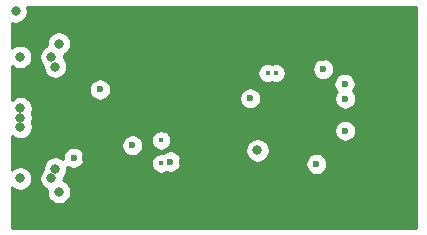
<source format=gbr>
%TF.GenerationSoftware,KiCad,Pcbnew,5.1.9-73d0e3b20d~88~ubuntu20.04.1*%
%TF.CreationDate,2021-04-10T20:27:40+02:00*%
%TF.ProjectId,calvin,63616c76-696e-42e6-9b69-6361645f7063,v1.00*%
%TF.SameCoordinates,Original*%
%TF.FileFunction,Copper,L2,Inr*%
%TF.FilePolarity,Positive*%
%FSLAX46Y46*%
G04 Gerber Fmt 4.6, Leading zero omitted, Abs format (unit mm)*
G04 Created by KiCad (PCBNEW 5.1.9-73d0e3b20d~88~ubuntu20.04.1) date 2021-04-10 20:27:40*
%MOMM*%
%LPD*%
G01*
G04 APERTURE LIST*
%TA.AperFunction,ComponentPad*%
%ADD10R,0.880000X0.880000*%
%TD*%
%TA.AperFunction,ViaPad*%
%ADD11C,0.800000*%
%TD*%
%TA.AperFunction,ViaPad*%
%ADD12C,0.600000*%
%TD*%
%TA.AperFunction,ViaPad*%
%ADD13C,0.450000*%
%TD*%
%TA.AperFunction,Conductor*%
%ADD14C,0.254000*%
%TD*%
%TA.AperFunction,Conductor*%
%ADD15C,0.100000*%
%TD*%
G04 APERTURE END LIST*
D10*
%TO.N,GND*%
%TO.C,U2*%
X156260000Y-101760000D03*
X154500000Y-98240000D03*
X155380000Y-98240000D03*
X156260000Y-98240000D03*
X156260000Y-99120000D03*
X156260000Y-100000000D03*
X154500000Y-100000000D03*
X154500000Y-101760000D03*
X155380000Y-101760000D03*
X156260000Y-100880000D03*
X152740000Y-98240000D03*
X153620000Y-101760000D03*
X152740000Y-100000000D03*
X152740000Y-100880000D03*
X152740000Y-101760000D03*
X153620000Y-98240000D03*
X152740000Y-99120000D03*
%TD*%
D11*
%TO.N,*%
X131000000Y-91000000D03*
D12*
%TO.N,+3V3*%
X158900000Y-101100000D03*
X158900000Y-98400000D03*
X158840000Y-97140000D03*
X157040000Y-95880000D03*
D11*
X134650000Y-93730000D03*
X134030000Y-94850000D03*
X134020000Y-105150000D03*
X134650000Y-106280000D03*
X131380000Y-105150000D03*
X131380000Y-94850000D03*
X151470000Y-102768600D03*
D12*
X135900000Y-103390000D03*
X156460000Y-103920000D03*
D11*
X131400000Y-100800000D03*
X131400000Y-100000000D03*
X131400000Y-99200000D03*
X134350000Y-104319994D03*
X134350000Y-95680004D03*
D12*
X138130000Y-97620000D03*
X140880000Y-102350000D03*
X150855117Y-98370010D03*
X144100000Y-103719994D03*
%TO.N,GND*%
X160640000Y-106400000D03*
X161360000Y-98100000D03*
X161360000Y-97140000D03*
X161380000Y-96170000D03*
X157040000Y-94920000D03*
X154450000Y-94920000D03*
X157270000Y-105660000D03*
D11*
X132700000Y-91850000D03*
X131350000Y-97000000D03*
X131350000Y-103000000D03*
X132700000Y-108150000D03*
X136550000Y-106280000D03*
X131380000Y-107050000D03*
X131380000Y-92950000D03*
X136550000Y-93720000D03*
D12*
X148840000Y-102770000D03*
X136860000Y-103390000D03*
X158600000Y-102790000D03*
X135910000Y-97650000D03*
X141000000Y-97630000D03*
X140100000Y-99510000D03*
X139140012Y-101540000D03*
X142710000Y-98680000D03*
X145100000Y-103730004D03*
X163550000Y-100260000D03*
X164360000Y-101040000D03*
X162330000Y-100260000D03*
X160530000Y-100200000D03*
X161360020Y-101400000D03*
D11*
X132500000Y-91000000D03*
X134000000Y-91000000D03*
X135500000Y-91000000D03*
X137000000Y-91000000D03*
X138500000Y-91000000D03*
X140000000Y-91000000D03*
X141500000Y-91000000D03*
X143000000Y-91000000D03*
X144500000Y-91000000D03*
X146000000Y-91000000D03*
X147500000Y-91000000D03*
X149000000Y-91000000D03*
X150500000Y-91000000D03*
X152000000Y-91000000D03*
X153500000Y-91000000D03*
X155000000Y-91000000D03*
X156500000Y-91000000D03*
X158000000Y-91000000D03*
X159500000Y-91000000D03*
X161000000Y-91000000D03*
X162500000Y-91000000D03*
X164000000Y-91000000D03*
X164500000Y-92000000D03*
X164500000Y-93500000D03*
X164500000Y-95000000D03*
X164500000Y-96500000D03*
X164500000Y-98000000D03*
X163500000Y-98000000D03*
X162500000Y-98000000D03*
X164000000Y-107500000D03*
X164500000Y-106500000D03*
X164500000Y-105000000D03*
X164500000Y-103500000D03*
X164500000Y-102000000D03*
X161000000Y-109000000D03*
X159500000Y-109000000D03*
X158000000Y-109000000D03*
X156500000Y-109000000D03*
X152000000Y-109000000D03*
X150500000Y-109000000D03*
X149000000Y-109000000D03*
X147500000Y-109000000D03*
X146000000Y-109000000D03*
X144500000Y-109000000D03*
X154500000Y-107000000D03*
X140000000Y-109000000D03*
X138500000Y-109000000D03*
X137000000Y-109000000D03*
X135500000Y-109000000D03*
X134000000Y-109000000D03*
X132500000Y-109000000D03*
X131000000Y-109000000D03*
X138000000Y-103500000D03*
X139000000Y-104000000D03*
X142000000Y-104500000D03*
X140500000Y-104500000D03*
X142000000Y-106000000D03*
X143000000Y-107000000D03*
X144500000Y-107500000D03*
X146000000Y-107500000D03*
X147500000Y-107500000D03*
X149000000Y-107500000D03*
X150500000Y-107500000D03*
X152000000Y-107500000D03*
X156000000Y-106000000D03*
X158000000Y-107500000D03*
X159500000Y-107500000D03*
X161000000Y-107500000D03*
X162000000Y-106000000D03*
X162000000Y-104500000D03*
X162000000Y-103000000D03*
X162500000Y-101500000D03*
X160500000Y-95000000D03*
X159500000Y-95000000D03*
X158000000Y-95000000D03*
X153500000Y-95000000D03*
X152000000Y-95000000D03*
X150500000Y-96000000D03*
X149000000Y-97000000D03*
X147500000Y-97000000D03*
X146000000Y-97000000D03*
X144500000Y-97000000D03*
X143000000Y-97000000D03*
X141500000Y-96000000D03*
X140000000Y-96000000D03*
X138500000Y-96000000D03*
X137000000Y-96500000D03*
X156500000Y-107500000D03*
X162500000Y-107500000D03*
X150500000Y-93500000D03*
X147500000Y-93500000D03*
X144500000Y-93500000D03*
X141500000Y-93500000D03*
X138500000Y-93500000D03*
X153500000Y-93500000D03*
X156500000Y-93500000D03*
X159500000Y-93500000D03*
X162500000Y-93500000D03*
X140000000Y-106500000D03*
D13*
%TO.N,dbg_reset*%
X143319996Y-103880000D03*
X152320000Y-96220000D03*
X153000008Y-96220000D03*
X143319998Y-101930000D03*
%TD*%
D14*
%TO.N,GND*%
X164873000Y-109340000D02*
X130660000Y-109340000D01*
X130660000Y-105893711D01*
X130720226Y-105953937D01*
X130889744Y-106067205D01*
X131078102Y-106145226D01*
X131278061Y-106185000D01*
X131481939Y-106185000D01*
X131681898Y-106145226D01*
X131870256Y-106067205D01*
X132039774Y-105953937D01*
X132183937Y-105809774D01*
X132297205Y-105640256D01*
X132375226Y-105451898D01*
X132415000Y-105251939D01*
X132415000Y-105048061D01*
X132985000Y-105048061D01*
X132985000Y-105251939D01*
X133024774Y-105451898D01*
X133102795Y-105640256D01*
X133216063Y-105809774D01*
X133360226Y-105953937D01*
X133529744Y-106067205D01*
X133628882Y-106108270D01*
X133615000Y-106178061D01*
X133615000Y-106381939D01*
X133654774Y-106581898D01*
X133732795Y-106770256D01*
X133846063Y-106939774D01*
X133990226Y-107083937D01*
X134159744Y-107197205D01*
X134348102Y-107275226D01*
X134548061Y-107315000D01*
X134751939Y-107315000D01*
X134951898Y-107275226D01*
X135140256Y-107197205D01*
X135309774Y-107083937D01*
X135453937Y-106939774D01*
X135567205Y-106770256D01*
X135645226Y-106581898D01*
X135685000Y-106381939D01*
X135685000Y-106178061D01*
X135645226Y-105978102D01*
X135567205Y-105789744D01*
X135453937Y-105620226D01*
X135309774Y-105476063D01*
X135140256Y-105362795D01*
X135041118Y-105321730D01*
X135055000Y-105251939D01*
X135055000Y-105078705D01*
X135153937Y-104979768D01*
X135267205Y-104810250D01*
X135345226Y-104621892D01*
X135385000Y-104421933D01*
X135385000Y-104218055D01*
X135374069Y-104163099D01*
X135457111Y-104218586D01*
X135627271Y-104289068D01*
X135807911Y-104325000D01*
X135992089Y-104325000D01*
X136172729Y-104289068D01*
X136342889Y-104218586D01*
X136496028Y-104116262D01*
X136626262Y-103986028D01*
X136728586Y-103832889D01*
X136744156Y-103795297D01*
X142459996Y-103795297D01*
X142459996Y-103964703D01*
X142493045Y-104130853D01*
X142557874Y-104287363D01*
X142651991Y-104428218D01*
X142771778Y-104548005D01*
X142912633Y-104642122D01*
X143069143Y-104706951D01*
X143235293Y-104740000D01*
X143404699Y-104740000D01*
X143570849Y-104706951D01*
X143727359Y-104642122D01*
X143786898Y-104602339D01*
X143827271Y-104619062D01*
X144007911Y-104654994D01*
X144192089Y-104654994D01*
X144372729Y-104619062D01*
X144542889Y-104548580D01*
X144696028Y-104446256D01*
X144826262Y-104316022D01*
X144928586Y-104162883D01*
X144999068Y-103992723D01*
X145031851Y-103827911D01*
X155525000Y-103827911D01*
X155525000Y-104012089D01*
X155560932Y-104192729D01*
X155631414Y-104362889D01*
X155733738Y-104516028D01*
X155863972Y-104646262D01*
X156017111Y-104748586D01*
X156187271Y-104819068D01*
X156367911Y-104855000D01*
X156552089Y-104855000D01*
X156732729Y-104819068D01*
X156902889Y-104748586D01*
X157056028Y-104646262D01*
X157186262Y-104516028D01*
X157288586Y-104362889D01*
X157359068Y-104192729D01*
X157395000Y-104012089D01*
X157395000Y-103827911D01*
X157359068Y-103647271D01*
X157288586Y-103477111D01*
X157186262Y-103323972D01*
X157056028Y-103193738D01*
X156902889Y-103091414D01*
X156732729Y-103020932D01*
X156552089Y-102985000D01*
X156367911Y-102985000D01*
X156187271Y-103020932D01*
X156017111Y-103091414D01*
X155863972Y-103193738D01*
X155733738Y-103323972D01*
X155631414Y-103477111D01*
X155560932Y-103647271D01*
X155525000Y-103827911D01*
X145031851Y-103827911D01*
X145035000Y-103812083D01*
X145035000Y-103627905D01*
X144999068Y-103447265D01*
X144928586Y-103277105D01*
X144826262Y-103123966D01*
X144696028Y-102993732D01*
X144542889Y-102891408D01*
X144372729Y-102820926D01*
X144192089Y-102784994D01*
X144007911Y-102784994D01*
X143827271Y-102820926D01*
X143657111Y-102891408D01*
X143503972Y-102993732D01*
X143465592Y-103032112D01*
X143404699Y-103020000D01*
X143235293Y-103020000D01*
X143069143Y-103053049D01*
X142912633Y-103117878D01*
X142771778Y-103211995D01*
X142651991Y-103331782D01*
X142557874Y-103472637D01*
X142493045Y-103629147D01*
X142459996Y-103795297D01*
X136744156Y-103795297D01*
X136799068Y-103662729D01*
X136835000Y-103482089D01*
X136835000Y-103297911D01*
X136799068Y-103117271D01*
X136728586Y-102947111D01*
X136626262Y-102793972D01*
X136496028Y-102663738D01*
X136342889Y-102561414D01*
X136172729Y-102490932D01*
X135992089Y-102455000D01*
X135807911Y-102455000D01*
X135627271Y-102490932D01*
X135457111Y-102561414D01*
X135303972Y-102663738D01*
X135173738Y-102793972D01*
X135071414Y-102947111D01*
X135000932Y-103117271D01*
X134965000Y-103297911D01*
X134965000Y-103482089D01*
X134965929Y-103486761D01*
X134840256Y-103402789D01*
X134651898Y-103324768D01*
X134451939Y-103284994D01*
X134248061Y-103284994D01*
X134048102Y-103324768D01*
X133859744Y-103402789D01*
X133690226Y-103516057D01*
X133546063Y-103660220D01*
X133432795Y-103829738D01*
X133354774Y-104018096D01*
X133315000Y-104218055D01*
X133315000Y-104391289D01*
X133216063Y-104490226D01*
X133102795Y-104659744D01*
X133024774Y-104848102D01*
X132985000Y-105048061D01*
X132415000Y-105048061D01*
X132375226Y-104848102D01*
X132297205Y-104659744D01*
X132183937Y-104490226D01*
X132039774Y-104346063D01*
X131870256Y-104232795D01*
X131681898Y-104154774D01*
X131481939Y-104115000D01*
X131278061Y-104115000D01*
X131078102Y-104154774D01*
X130889744Y-104232795D01*
X130720226Y-104346063D01*
X130660000Y-104406289D01*
X130660000Y-102257911D01*
X139945000Y-102257911D01*
X139945000Y-102442089D01*
X139980932Y-102622729D01*
X140051414Y-102792889D01*
X140153738Y-102946028D01*
X140283972Y-103076262D01*
X140437111Y-103178586D01*
X140607271Y-103249068D01*
X140787911Y-103285000D01*
X140972089Y-103285000D01*
X141152729Y-103249068D01*
X141322889Y-103178586D01*
X141476028Y-103076262D01*
X141606262Y-102946028D01*
X141708586Y-102792889D01*
X141779068Y-102622729D01*
X141815000Y-102442089D01*
X141815000Y-102257911D01*
X141779068Y-102077271D01*
X141708586Y-101907111D01*
X141667284Y-101845297D01*
X142459998Y-101845297D01*
X142459998Y-102014703D01*
X142493047Y-102180853D01*
X142557876Y-102337363D01*
X142651993Y-102478218D01*
X142771780Y-102598005D01*
X142912635Y-102692122D01*
X143069145Y-102756951D01*
X143235295Y-102790000D01*
X143404701Y-102790000D01*
X143570851Y-102756951D01*
X143727361Y-102692122D01*
X143765465Y-102666661D01*
X150435000Y-102666661D01*
X150435000Y-102870539D01*
X150474774Y-103070498D01*
X150552795Y-103258856D01*
X150666063Y-103428374D01*
X150810226Y-103572537D01*
X150979744Y-103685805D01*
X151168102Y-103763826D01*
X151368061Y-103803600D01*
X151571939Y-103803600D01*
X151771898Y-103763826D01*
X151960256Y-103685805D01*
X152129774Y-103572537D01*
X152273937Y-103428374D01*
X152387205Y-103258856D01*
X152465226Y-103070498D01*
X152505000Y-102870539D01*
X152505000Y-102666661D01*
X152465226Y-102466702D01*
X152387205Y-102278344D01*
X152273937Y-102108826D01*
X152129774Y-101964663D01*
X151960256Y-101851395D01*
X151771898Y-101773374D01*
X151571939Y-101733600D01*
X151368061Y-101733600D01*
X151168102Y-101773374D01*
X150979744Y-101851395D01*
X150810226Y-101964663D01*
X150666063Y-102108826D01*
X150552795Y-102278344D01*
X150474774Y-102466702D01*
X150435000Y-102666661D01*
X143765465Y-102666661D01*
X143868216Y-102598005D01*
X143988003Y-102478218D01*
X144082120Y-102337363D01*
X144146949Y-102180853D01*
X144179998Y-102014703D01*
X144179998Y-101845297D01*
X144146949Y-101679147D01*
X144082120Y-101522637D01*
X143988003Y-101381782D01*
X143868216Y-101261995D01*
X143727361Y-101167878D01*
X143570851Y-101103049D01*
X143404701Y-101070000D01*
X143235295Y-101070000D01*
X143069145Y-101103049D01*
X142912635Y-101167878D01*
X142771780Y-101261995D01*
X142651993Y-101381782D01*
X142557876Y-101522637D01*
X142493047Y-101679147D01*
X142459998Y-101845297D01*
X141667284Y-101845297D01*
X141606262Y-101753972D01*
X141476028Y-101623738D01*
X141322889Y-101521414D01*
X141152729Y-101450932D01*
X140972089Y-101415000D01*
X140787911Y-101415000D01*
X140607271Y-101450932D01*
X140437111Y-101521414D01*
X140283972Y-101623738D01*
X140153738Y-101753972D01*
X140051414Y-101907111D01*
X139980932Y-102077271D01*
X139945000Y-102257911D01*
X130660000Y-102257911D01*
X130660000Y-101523711D01*
X130740226Y-101603937D01*
X130909744Y-101717205D01*
X131098102Y-101795226D01*
X131298061Y-101835000D01*
X131501939Y-101835000D01*
X131701898Y-101795226D01*
X131890256Y-101717205D01*
X132059774Y-101603937D01*
X132203937Y-101459774D01*
X132317205Y-101290256D01*
X132395226Y-101101898D01*
X132413921Y-101007911D01*
X157965000Y-101007911D01*
X157965000Y-101192089D01*
X158000932Y-101372729D01*
X158071414Y-101542889D01*
X158173738Y-101696028D01*
X158303972Y-101826262D01*
X158457111Y-101928586D01*
X158627271Y-101999068D01*
X158807911Y-102035000D01*
X158992089Y-102035000D01*
X159172729Y-101999068D01*
X159342889Y-101928586D01*
X159496028Y-101826262D01*
X159626262Y-101696028D01*
X159728586Y-101542889D01*
X159799068Y-101372729D01*
X159835000Y-101192089D01*
X159835000Y-101007911D01*
X159799068Y-100827271D01*
X159728586Y-100657111D01*
X159626262Y-100503972D01*
X159496028Y-100373738D01*
X159342889Y-100271414D01*
X159172729Y-100200932D01*
X158992089Y-100165000D01*
X158807911Y-100165000D01*
X158627271Y-100200932D01*
X158457111Y-100271414D01*
X158303972Y-100373738D01*
X158173738Y-100503972D01*
X158071414Y-100657111D01*
X158000932Y-100827271D01*
X157965000Y-101007911D01*
X132413921Y-101007911D01*
X132435000Y-100901939D01*
X132435000Y-100698061D01*
X132395226Y-100498102D01*
X132354591Y-100400000D01*
X132395226Y-100301898D01*
X132435000Y-100101939D01*
X132435000Y-99898061D01*
X132395226Y-99698102D01*
X132354591Y-99600000D01*
X132395226Y-99501898D01*
X132435000Y-99301939D01*
X132435000Y-99098061D01*
X132395226Y-98898102D01*
X132317205Y-98709744D01*
X132203937Y-98540226D01*
X132059774Y-98396063D01*
X131890256Y-98282795D01*
X131701898Y-98204774D01*
X131501939Y-98165000D01*
X131298061Y-98165000D01*
X131098102Y-98204774D01*
X130909744Y-98282795D01*
X130740226Y-98396063D01*
X130660000Y-98476289D01*
X130660000Y-97527911D01*
X137195000Y-97527911D01*
X137195000Y-97712089D01*
X137230932Y-97892729D01*
X137301414Y-98062889D01*
X137403738Y-98216028D01*
X137533972Y-98346262D01*
X137687111Y-98448586D01*
X137857271Y-98519068D01*
X138037911Y-98555000D01*
X138222089Y-98555000D01*
X138402729Y-98519068D01*
X138572889Y-98448586D01*
X138726028Y-98346262D01*
X138794369Y-98277921D01*
X149920117Y-98277921D01*
X149920117Y-98462099D01*
X149956049Y-98642739D01*
X150026531Y-98812899D01*
X150128855Y-98966038D01*
X150259089Y-99096272D01*
X150412228Y-99198596D01*
X150582388Y-99269078D01*
X150763028Y-99305010D01*
X150947206Y-99305010D01*
X151127846Y-99269078D01*
X151298006Y-99198596D01*
X151451145Y-99096272D01*
X151581379Y-98966038D01*
X151683703Y-98812899D01*
X151754185Y-98642739D01*
X151790117Y-98462099D01*
X151790117Y-98277921D01*
X151754185Y-98097281D01*
X151683703Y-97927121D01*
X151581379Y-97773982D01*
X151451145Y-97643748D01*
X151298006Y-97541424D01*
X151127846Y-97470942D01*
X150947206Y-97435010D01*
X150763028Y-97435010D01*
X150582388Y-97470942D01*
X150412228Y-97541424D01*
X150259089Y-97643748D01*
X150128855Y-97773982D01*
X150026531Y-97927121D01*
X149956049Y-98097281D01*
X149920117Y-98277921D01*
X138794369Y-98277921D01*
X138856262Y-98216028D01*
X138958586Y-98062889D01*
X139029068Y-97892729D01*
X139065000Y-97712089D01*
X139065000Y-97527911D01*
X139029068Y-97347271D01*
X138958586Y-97177111D01*
X138856262Y-97023972D01*
X138726028Y-96893738D01*
X138572889Y-96791414D01*
X138402729Y-96720932D01*
X138222089Y-96685000D01*
X138037911Y-96685000D01*
X137857271Y-96720932D01*
X137687111Y-96791414D01*
X137533972Y-96893738D01*
X137403738Y-97023972D01*
X137301414Y-97177111D01*
X137230932Y-97347271D01*
X137195000Y-97527911D01*
X130660000Y-97527911D01*
X130660000Y-95593711D01*
X130720226Y-95653937D01*
X130889744Y-95767205D01*
X131078102Y-95845226D01*
X131278061Y-95885000D01*
X131481939Y-95885000D01*
X131681898Y-95845226D01*
X131870256Y-95767205D01*
X132039774Y-95653937D01*
X132183937Y-95509774D01*
X132297205Y-95340256D01*
X132375226Y-95151898D01*
X132415000Y-94951939D01*
X132415000Y-94748061D01*
X132995000Y-94748061D01*
X132995000Y-94951939D01*
X133034774Y-95151898D01*
X133112795Y-95340256D01*
X133226063Y-95509774D01*
X133315000Y-95598711D01*
X133315000Y-95781943D01*
X133354774Y-95981902D01*
X133432795Y-96170260D01*
X133546063Y-96339778D01*
X133690226Y-96483941D01*
X133859744Y-96597209D01*
X134048102Y-96675230D01*
X134248061Y-96715004D01*
X134451939Y-96715004D01*
X134651898Y-96675230D01*
X134840256Y-96597209D01*
X135009774Y-96483941D01*
X135153937Y-96339778D01*
X135267205Y-96170260D01*
X135281687Y-96135297D01*
X151460000Y-96135297D01*
X151460000Y-96304703D01*
X151493049Y-96470853D01*
X151557878Y-96627363D01*
X151651995Y-96768218D01*
X151771782Y-96888005D01*
X151912637Y-96982122D01*
X152069147Y-97046951D01*
X152235297Y-97080000D01*
X152404703Y-97080000D01*
X152570853Y-97046951D01*
X152660004Y-97010023D01*
X152749155Y-97046951D01*
X152915305Y-97080000D01*
X153084711Y-97080000D01*
X153246034Y-97047911D01*
X157905000Y-97047911D01*
X157905000Y-97232089D01*
X157940932Y-97412729D01*
X158011414Y-97582889D01*
X158113738Y-97736028D01*
X158177710Y-97800000D01*
X158173738Y-97803972D01*
X158071414Y-97957111D01*
X158000932Y-98127271D01*
X157965000Y-98307911D01*
X157965000Y-98492089D01*
X158000932Y-98672729D01*
X158071414Y-98842889D01*
X158173738Y-98996028D01*
X158303972Y-99126262D01*
X158457111Y-99228586D01*
X158627271Y-99299068D01*
X158807911Y-99335000D01*
X158992089Y-99335000D01*
X159172729Y-99299068D01*
X159342889Y-99228586D01*
X159496028Y-99126262D01*
X159626262Y-98996028D01*
X159728586Y-98842889D01*
X159799068Y-98672729D01*
X159835000Y-98492089D01*
X159835000Y-98307911D01*
X159799068Y-98127271D01*
X159728586Y-97957111D01*
X159626262Y-97803972D01*
X159562290Y-97740000D01*
X159566262Y-97736028D01*
X159668586Y-97582889D01*
X159739068Y-97412729D01*
X159775000Y-97232089D01*
X159775000Y-97047911D01*
X159739068Y-96867271D01*
X159668586Y-96697111D01*
X159566262Y-96543972D01*
X159436028Y-96413738D01*
X159282889Y-96311414D01*
X159112729Y-96240932D01*
X158932089Y-96205000D01*
X158747911Y-96205000D01*
X158567271Y-96240932D01*
X158397111Y-96311414D01*
X158243972Y-96413738D01*
X158113738Y-96543972D01*
X158011414Y-96697111D01*
X157940932Y-96867271D01*
X157905000Y-97047911D01*
X153246034Y-97047911D01*
X153250861Y-97046951D01*
X153407371Y-96982122D01*
X153548226Y-96888005D01*
X153668013Y-96768218D01*
X153762130Y-96627363D01*
X153826959Y-96470853D01*
X153860008Y-96304703D01*
X153860008Y-96135297D01*
X153826959Y-95969147D01*
X153762130Y-95812637D01*
X153745609Y-95787911D01*
X156105000Y-95787911D01*
X156105000Y-95972089D01*
X156140932Y-96152729D01*
X156211414Y-96322889D01*
X156313738Y-96476028D01*
X156443972Y-96606262D01*
X156597111Y-96708586D01*
X156767271Y-96779068D01*
X156947911Y-96815000D01*
X157132089Y-96815000D01*
X157312729Y-96779068D01*
X157482889Y-96708586D01*
X157636028Y-96606262D01*
X157766262Y-96476028D01*
X157868586Y-96322889D01*
X157939068Y-96152729D01*
X157975000Y-95972089D01*
X157975000Y-95787911D01*
X157939068Y-95607271D01*
X157868586Y-95437111D01*
X157766262Y-95283972D01*
X157636028Y-95153738D01*
X157482889Y-95051414D01*
X157312729Y-94980932D01*
X157132089Y-94945000D01*
X156947911Y-94945000D01*
X156767271Y-94980932D01*
X156597111Y-95051414D01*
X156443972Y-95153738D01*
X156313738Y-95283972D01*
X156211414Y-95437111D01*
X156140932Y-95607271D01*
X156105000Y-95787911D01*
X153745609Y-95787911D01*
X153668013Y-95671782D01*
X153548226Y-95551995D01*
X153407371Y-95457878D01*
X153250861Y-95393049D01*
X153084711Y-95360000D01*
X152915305Y-95360000D01*
X152749155Y-95393049D01*
X152660004Y-95429977D01*
X152570853Y-95393049D01*
X152404703Y-95360000D01*
X152235297Y-95360000D01*
X152069147Y-95393049D01*
X151912637Y-95457878D01*
X151771782Y-95551995D01*
X151651995Y-95671782D01*
X151557878Y-95812637D01*
X151493049Y-95969147D01*
X151460000Y-96135297D01*
X135281687Y-96135297D01*
X135345226Y-95981902D01*
X135385000Y-95781943D01*
X135385000Y-95578065D01*
X135345226Y-95378106D01*
X135267205Y-95189748D01*
X135153937Y-95020230D01*
X135065000Y-94931293D01*
X135065000Y-94748061D01*
X135052194Y-94683682D01*
X135140256Y-94647205D01*
X135309774Y-94533937D01*
X135453937Y-94389774D01*
X135567205Y-94220256D01*
X135645226Y-94031898D01*
X135685000Y-93831939D01*
X135685000Y-93628061D01*
X135645226Y-93428102D01*
X135567205Y-93239744D01*
X135453937Y-93070226D01*
X135309774Y-92926063D01*
X135140256Y-92812795D01*
X134951898Y-92734774D01*
X134751939Y-92695000D01*
X134548061Y-92695000D01*
X134348102Y-92734774D01*
X134159744Y-92812795D01*
X133990226Y-92926063D01*
X133846063Y-93070226D01*
X133732795Y-93239744D01*
X133654774Y-93428102D01*
X133615000Y-93628061D01*
X133615000Y-93831939D01*
X133627806Y-93896318D01*
X133539744Y-93932795D01*
X133370226Y-94046063D01*
X133226063Y-94190226D01*
X133112795Y-94359744D01*
X133034774Y-94548102D01*
X132995000Y-94748061D01*
X132415000Y-94748061D01*
X132375226Y-94548102D01*
X132297205Y-94359744D01*
X132183937Y-94190226D01*
X132039774Y-94046063D01*
X131870256Y-93932795D01*
X131681898Y-93854774D01*
X131481939Y-93815000D01*
X131278061Y-93815000D01*
X131078102Y-93854774D01*
X130889744Y-93932795D01*
X130720226Y-94046063D01*
X130660000Y-94106289D01*
X130660000Y-91979444D01*
X130698102Y-91995226D01*
X130898061Y-92035000D01*
X131101939Y-92035000D01*
X131301898Y-91995226D01*
X131490256Y-91917205D01*
X131659774Y-91803937D01*
X131803937Y-91659774D01*
X131917205Y-91490256D01*
X131995226Y-91301898D01*
X132035000Y-91101939D01*
X132035000Y-90898061D01*
X131995226Y-90698102D01*
X131979444Y-90660000D01*
X164873000Y-90660000D01*
X164873000Y-109340000D01*
%TA.AperFunction,Conductor*%
D15*
G36*
X164873000Y-109340000D02*
G01*
X130660000Y-109340000D01*
X130660000Y-105893711D01*
X130720226Y-105953937D01*
X130889744Y-106067205D01*
X131078102Y-106145226D01*
X131278061Y-106185000D01*
X131481939Y-106185000D01*
X131681898Y-106145226D01*
X131870256Y-106067205D01*
X132039774Y-105953937D01*
X132183937Y-105809774D01*
X132297205Y-105640256D01*
X132375226Y-105451898D01*
X132415000Y-105251939D01*
X132415000Y-105048061D01*
X132985000Y-105048061D01*
X132985000Y-105251939D01*
X133024774Y-105451898D01*
X133102795Y-105640256D01*
X133216063Y-105809774D01*
X133360226Y-105953937D01*
X133529744Y-106067205D01*
X133628882Y-106108270D01*
X133615000Y-106178061D01*
X133615000Y-106381939D01*
X133654774Y-106581898D01*
X133732795Y-106770256D01*
X133846063Y-106939774D01*
X133990226Y-107083937D01*
X134159744Y-107197205D01*
X134348102Y-107275226D01*
X134548061Y-107315000D01*
X134751939Y-107315000D01*
X134951898Y-107275226D01*
X135140256Y-107197205D01*
X135309774Y-107083937D01*
X135453937Y-106939774D01*
X135567205Y-106770256D01*
X135645226Y-106581898D01*
X135685000Y-106381939D01*
X135685000Y-106178061D01*
X135645226Y-105978102D01*
X135567205Y-105789744D01*
X135453937Y-105620226D01*
X135309774Y-105476063D01*
X135140256Y-105362795D01*
X135041118Y-105321730D01*
X135055000Y-105251939D01*
X135055000Y-105078705D01*
X135153937Y-104979768D01*
X135267205Y-104810250D01*
X135345226Y-104621892D01*
X135385000Y-104421933D01*
X135385000Y-104218055D01*
X135374069Y-104163099D01*
X135457111Y-104218586D01*
X135627271Y-104289068D01*
X135807911Y-104325000D01*
X135992089Y-104325000D01*
X136172729Y-104289068D01*
X136342889Y-104218586D01*
X136496028Y-104116262D01*
X136626262Y-103986028D01*
X136728586Y-103832889D01*
X136744156Y-103795297D01*
X142459996Y-103795297D01*
X142459996Y-103964703D01*
X142493045Y-104130853D01*
X142557874Y-104287363D01*
X142651991Y-104428218D01*
X142771778Y-104548005D01*
X142912633Y-104642122D01*
X143069143Y-104706951D01*
X143235293Y-104740000D01*
X143404699Y-104740000D01*
X143570849Y-104706951D01*
X143727359Y-104642122D01*
X143786898Y-104602339D01*
X143827271Y-104619062D01*
X144007911Y-104654994D01*
X144192089Y-104654994D01*
X144372729Y-104619062D01*
X144542889Y-104548580D01*
X144696028Y-104446256D01*
X144826262Y-104316022D01*
X144928586Y-104162883D01*
X144999068Y-103992723D01*
X145031851Y-103827911D01*
X155525000Y-103827911D01*
X155525000Y-104012089D01*
X155560932Y-104192729D01*
X155631414Y-104362889D01*
X155733738Y-104516028D01*
X155863972Y-104646262D01*
X156017111Y-104748586D01*
X156187271Y-104819068D01*
X156367911Y-104855000D01*
X156552089Y-104855000D01*
X156732729Y-104819068D01*
X156902889Y-104748586D01*
X157056028Y-104646262D01*
X157186262Y-104516028D01*
X157288586Y-104362889D01*
X157359068Y-104192729D01*
X157395000Y-104012089D01*
X157395000Y-103827911D01*
X157359068Y-103647271D01*
X157288586Y-103477111D01*
X157186262Y-103323972D01*
X157056028Y-103193738D01*
X156902889Y-103091414D01*
X156732729Y-103020932D01*
X156552089Y-102985000D01*
X156367911Y-102985000D01*
X156187271Y-103020932D01*
X156017111Y-103091414D01*
X155863972Y-103193738D01*
X155733738Y-103323972D01*
X155631414Y-103477111D01*
X155560932Y-103647271D01*
X155525000Y-103827911D01*
X145031851Y-103827911D01*
X145035000Y-103812083D01*
X145035000Y-103627905D01*
X144999068Y-103447265D01*
X144928586Y-103277105D01*
X144826262Y-103123966D01*
X144696028Y-102993732D01*
X144542889Y-102891408D01*
X144372729Y-102820926D01*
X144192089Y-102784994D01*
X144007911Y-102784994D01*
X143827271Y-102820926D01*
X143657111Y-102891408D01*
X143503972Y-102993732D01*
X143465592Y-103032112D01*
X143404699Y-103020000D01*
X143235293Y-103020000D01*
X143069143Y-103053049D01*
X142912633Y-103117878D01*
X142771778Y-103211995D01*
X142651991Y-103331782D01*
X142557874Y-103472637D01*
X142493045Y-103629147D01*
X142459996Y-103795297D01*
X136744156Y-103795297D01*
X136799068Y-103662729D01*
X136835000Y-103482089D01*
X136835000Y-103297911D01*
X136799068Y-103117271D01*
X136728586Y-102947111D01*
X136626262Y-102793972D01*
X136496028Y-102663738D01*
X136342889Y-102561414D01*
X136172729Y-102490932D01*
X135992089Y-102455000D01*
X135807911Y-102455000D01*
X135627271Y-102490932D01*
X135457111Y-102561414D01*
X135303972Y-102663738D01*
X135173738Y-102793972D01*
X135071414Y-102947111D01*
X135000932Y-103117271D01*
X134965000Y-103297911D01*
X134965000Y-103482089D01*
X134965929Y-103486761D01*
X134840256Y-103402789D01*
X134651898Y-103324768D01*
X134451939Y-103284994D01*
X134248061Y-103284994D01*
X134048102Y-103324768D01*
X133859744Y-103402789D01*
X133690226Y-103516057D01*
X133546063Y-103660220D01*
X133432795Y-103829738D01*
X133354774Y-104018096D01*
X133315000Y-104218055D01*
X133315000Y-104391289D01*
X133216063Y-104490226D01*
X133102795Y-104659744D01*
X133024774Y-104848102D01*
X132985000Y-105048061D01*
X132415000Y-105048061D01*
X132375226Y-104848102D01*
X132297205Y-104659744D01*
X132183937Y-104490226D01*
X132039774Y-104346063D01*
X131870256Y-104232795D01*
X131681898Y-104154774D01*
X131481939Y-104115000D01*
X131278061Y-104115000D01*
X131078102Y-104154774D01*
X130889744Y-104232795D01*
X130720226Y-104346063D01*
X130660000Y-104406289D01*
X130660000Y-102257911D01*
X139945000Y-102257911D01*
X139945000Y-102442089D01*
X139980932Y-102622729D01*
X140051414Y-102792889D01*
X140153738Y-102946028D01*
X140283972Y-103076262D01*
X140437111Y-103178586D01*
X140607271Y-103249068D01*
X140787911Y-103285000D01*
X140972089Y-103285000D01*
X141152729Y-103249068D01*
X141322889Y-103178586D01*
X141476028Y-103076262D01*
X141606262Y-102946028D01*
X141708586Y-102792889D01*
X141779068Y-102622729D01*
X141815000Y-102442089D01*
X141815000Y-102257911D01*
X141779068Y-102077271D01*
X141708586Y-101907111D01*
X141667284Y-101845297D01*
X142459998Y-101845297D01*
X142459998Y-102014703D01*
X142493047Y-102180853D01*
X142557876Y-102337363D01*
X142651993Y-102478218D01*
X142771780Y-102598005D01*
X142912635Y-102692122D01*
X143069145Y-102756951D01*
X143235295Y-102790000D01*
X143404701Y-102790000D01*
X143570851Y-102756951D01*
X143727361Y-102692122D01*
X143765465Y-102666661D01*
X150435000Y-102666661D01*
X150435000Y-102870539D01*
X150474774Y-103070498D01*
X150552795Y-103258856D01*
X150666063Y-103428374D01*
X150810226Y-103572537D01*
X150979744Y-103685805D01*
X151168102Y-103763826D01*
X151368061Y-103803600D01*
X151571939Y-103803600D01*
X151771898Y-103763826D01*
X151960256Y-103685805D01*
X152129774Y-103572537D01*
X152273937Y-103428374D01*
X152387205Y-103258856D01*
X152465226Y-103070498D01*
X152505000Y-102870539D01*
X152505000Y-102666661D01*
X152465226Y-102466702D01*
X152387205Y-102278344D01*
X152273937Y-102108826D01*
X152129774Y-101964663D01*
X151960256Y-101851395D01*
X151771898Y-101773374D01*
X151571939Y-101733600D01*
X151368061Y-101733600D01*
X151168102Y-101773374D01*
X150979744Y-101851395D01*
X150810226Y-101964663D01*
X150666063Y-102108826D01*
X150552795Y-102278344D01*
X150474774Y-102466702D01*
X150435000Y-102666661D01*
X143765465Y-102666661D01*
X143868216Y-102598005D01*
X143988003Y-102478218D01*
X144082120Y-102337363D01*
X144146949Y-102180853D01*
X144179998Y-102014703D01*
X144179998Y-101845297D01*
X144146949Y-101679147D01*
X144082120Y-101522637D01*
X143988003Y-101381782D01*
X143868216Y-101261995D01*
X143727361Y-101167878D01*
X143570851Y-101103049D01*
X143404701Y-101070000D01*
X143235295Y-101070000D01*
X143069145Y-101103049D01*
X142912635Y-101167878D01*
X142771780Y-101261995D01*
X142651993Y-101381782D01*
X142557876Y-101522637D01*
X142493047Y-101679147D01*
X142459998Y-101845297D01*
X141667284Y-101845297D01*
X141606262Y-101753972D01*
X141476028Y-101623738D01*
X141322889Y-101521414D01*
X141152729Y-101450932D01*
X140972089Y-101415000D01*
X140787911Y-101415000D01*
X140607271Y-101450932D01*
X140437111Y-101521414D01*
X140283972Y-101623738D01*
X140153738Y-101753972D01*
X140051414Y-101907111D01*
X139980932Y-102077271D01*
X139945000Y-102257911D01*
X130660000Y-102257911D01*
X130660000Y-101523711D01*
X130740226Y-101603937D01*
X130909744Y-101717205D01*
X131098102Y-101795226D01*
X131298061Y-101835000D01*
X131501939Y-101835000D01*
X131701898Y-101795226D01*
X131890256Y-101717205D01*
X132059774Y-101603937D01*
X132203937Y-101459774D01*
X132317205Y-101290256D01*
X132395226Y-101101898D01*
X132413921Y-101007911D01*
X157965000Y-101007911D01*
X157965000Y-101192089D01*
X158000932Y-101372729D01*
X158071414Y-101542889D01*
X158173738Y-101696028D01*
X158303972Y-101826262D01*
X158457111Y-101928586D01*
X158627271Y-101999068D01*
X158807911Y-102035000D01*
X158992089Y-102035000D01*
X159172729Y-101999068D01*
X159342889Y-101928586D01*
X159496028Y-101826262D01*
X159626262Y-101696028D01*
X159728586Y-101542889D01*
X159799068Y-101372729D01*
X159835000Y-101192089D01*
X159835000Y-101007911D01*
X159799068Y-100827271D01*
X159728586Y-100657111D01*
X159626262Y-100503972D01*
X159496028Y-100373738D01*
X159342889Y-100271414D01*
X159172729Y-100200932D01*
X158992089Y-100165000D01*
X158807911Y-100165000D01*
X158627271Y-100200932D01*
X158457111Y-100271414D01*
X158303972Y-100373738D01*
X158173738Y-100503972D01*
X158071414Y-100657111D01*
X158000932Y-100827271D01*
X157965000Y-101007911D01*
X132413921Y-101007911D01*
X132435000Y-100901939D01*
X132435000Y-100698061D01*
X132395226Y-100498102D01*
X132354591Y-100400000D01*
X132395226Y-100301898D01*
X132435000Y-100101939D01*
X132435000Y-99898061D01*
X132395226Y-99698102D01*
X132354591Y-99600000D01*
X132395226Y-99501898D01*
X132435000Y-99301939D01*
X132435000Y-99098061D01*
X132395226Y-98898102D01*
X132317205Y-98709744D01*
X132203937Y-98540226D01*
X132059774Y-98396063D01*
X131890256Y-98282795D01*
X131701898Y-98204774D01*
X131501939Y-98165000D01*
X131298061Y-98165000D01*
X131098102Y-98204774D01*
X130909744Y-98282795D01*
X130740226Y-98396063D01*
X130660000Y-98476289D01*
X130660000Y-97527911D01*
X137195000Y-97527911D01*
X137195000Y-97712089D01*
X137230932Y-97892729D01*
X137301414Y-98062889D01*
X137403738Y-98216028D01*
X137533972Y-98346262D01*
X137687111Y-98448586D01*
X137857271Y-98519068D01*
X138037911Y-98555000D01*
X138222089Y-98555000D01*
X138402729Y-98519068D01*
X138572889Y-98448586D01*
X138726028Y-98346262D01*
X138794369Y-98277921D01*
X149920117Y-98277921D01*
X149920117Y-98462099D01*
X149956049Y-98642739D01*
X150026531Y-98812899D01*
X150128855Y-98966038D01*
X150259089Y-99096272D01*
X150412228Y-99198596D01*
X150582388Y-99269078D01*
X150763028Y-99305010D01*
X150947206Y-99305010D01*
X151127846Y-99269078D01*
X151298006Y-99198596D01*
X151451145Y-99096272D01*
X151581379Y-98966038D01*
X151683703Y-98812899D01*
X151754185Y-98642739D01*
X151790117Y-98462099D01*
X151790117Y-98277921D01*
X151754185Y-98097281D01*
X151683703Y-97927121D01*
X151581379Y-97773982D01*
X151451145Y-97643748D01*
X151298006Y-97541424D01*
X151127846Y-97470942D01*
X150947206Y-97435010D01*
X150763028Y-97435010D01*
X150582388Y-97470942D01*
X150412228Y-97541424D01*
X150259089Y-97643748D01*
X150128855Y-97773982D01*
X150026531Y-97927121D01*
X149956049Y-98097281D01*
X149920117Y-98277921D01*
X138794369Y-98277921D01*
X138856262Y-98216028D01*
X138958586Y-98062889D01*
X139029068Y-97892729D01*
X139065000Y-97712089D01*
X139065000Y-97527911D01*
X139029068Y-97347271D01*
X138958586Y-97177111D01*
X138856262Y-97023972D01*
X138726028Y-96893738D01*
X138572889Y-96791414D01*
X138402729Y-96720932D01*
X138222089Y-96685000D01*
X138037911Y-96685000D01*
X137857271Y-96720932D01*
X137687111Y-96791414D01*
X137533972Y-96893738D01*
X137403738Y-97023972D01*
X137301414Y-97177111D01*
X137230932Y-97347271D01*
X137195000Y-97527911D01*
X130660000Y-97527911D01*
X130660000Y-95593711D01*
X130720226Y-95653937D01*
X130889744Y-95767205D01*
X131078102Y-95845226D01*
X131278061Y-95885000D01*
X131481939Y-95885000D01*
X131681898Y-95845226D01*
X131870256Y-95767205D01*
X132039774Y-95653937D01*
X132183937Y-95509774D01*
X132297205Y-95340256D01*
X132375226Y-95151898D01*
X132415000Y-94951939D01*
X132415000Y-94748061D01*
X132995000Y-94748061D01*
X132995000Y-94951939D01*
X133034774Y-95151898D01*
X133112795Y-95340256D01*
X133226063Y-95509774D01*
X133315000Y-95598711D01*
X133315000Y-95781943D01*
X133354774Y-95981902D01*
X133432795Y-96170260D01*
X133546063Y-96339778D01*
X133690226Y-96483941D01*
X133859744Y-96597209D01*
X134048102Y-96675230D01*
X134248061Y-96715004D01*
X134451939Y-96715004D01*
X134651898Y-96675230D01*
X134840256Y-96597209D01*
X135009774Y-96483941D01*
X135153937Y-96339778D01*
X135267205Y-96170260D01*
X135281687Y-96135297D01*
X151460000Y-96135297D01*
X151460000Y-96304703D01*
X151493049Y-96470853D01*
X151557878Y-96627363D01*
X151651995Y-96768218D01*
X151771782Y-96888005D01*
X151912637Y-96982122D01*
X152069147Y-97046951D01*
X152235297Y-97080000D01*
X152404703Y-97080000D01*
X152570853Y-97046951D01*
X152660004Y-97010023D01*
X152749155Y-97046951D01*
X152915305Y-97080000D01*
X153084711Y-97080000D01*
X153246034Y-97047911D01*
X157905000Y-97047911D01*
X157905000Y-97232089D01*
X157940932Y-97412729D01*
X158011414Y-97582889D01*
X158113738Y-97736028D01*
X158177710Y-97800000D01*
X158173738Y-97803972D01*
X158071414Y-97957111D01*
X158000932Y-98127271D01*
X157965000Y-98307911D01*
X157965000Y-98492089D01*
X158000932Y-98672729D01*
X158071414Y-98842889D01*
X158173738Y-98996028D01*
X158303972Y-99126262D01*
X158457111Y-99228586D01*
X158627271Y-99299068D01*
X158807911Y-99335000D01*
X158992089Y-99335000D01*
X159172729Y-99299068D01*
X159342889Y-99228586D01*
X159496028Y-99126262D01*
X159626262Y-98996028D01*
X159728586Y-98842889D01*
X159799068Y-98672729D01*
X159835000Y-98492089D01*
X159835000Y-98307911D01*
X159799068Y-98127271D01*
X159728586Y-97957111D01*
X159626262Y-97803972D01*
X159562290Y-97740000D01*
X159566262Y-97736028D01*
X159668586Y-97582889D01*
X159739068Y-97412729D01*
X159775000Y-97232089D01*
X159775000Y-97047911D01*
X159739068Y-96867271D01*
X159668586Y-96697111D01*
X159566262Y-96543972D01*
X159436028Y-96413738D01*
X159282889Y-96311414D01*
X159112729Y-96240932D01*
X158932089Y-96205000D01*
X158747911Y-96205000D01*
X158567271Y-96240932D01*
X158397111Y-96311414D01*
X158243972Y-96413738D01*
X158113738Y-96543972D01*
X158011414Y-96697111D01*
X157940932Y-96867271D01*
X157905000Y-97047911D01*
X153246034Y-97047911D01*
X153250861Y-97046951D01*
X153407371Y-96982122D01*
X153548226Y-96888005D01*
X153668013Y-96768218D01*
X153762130Y-96627363D01*
X153826959Y-96470853D01*
X153860008Y-96304703D01*
X153860008Y-96135297D01*
X153826959Y-95969147D01*
X153762130Y-95812637D01*
X153745609Y-95787911D01*
X156105000Y-95787911D01*
X156105000Y-95972089D01*
X156140932Y-96152729D01*
X156211414Y-96322889D01*
X156313738Y-96476028D01*
X156443972Y-96606262D01*
X156597111Y-96708586D01*
X156767271Y-96779068D01*
X156947911Y-96815000D01*
X157132089Y-96815000D01*
X157312729Y-96779068D01*
X157482889Y-96708586D01*
X157636028Y-96606262D01*
X157766262Y-96476028D01*
X157868586Y-96322889D01*
X157939068Y-96152729D01*
X157975000Y-95972089D01*
X157975000Y-95787911D01*
X157939068Y-95607271D01*
X157868586Y-95437111D01*
X157766262Y-95283972D01*
X157636028Y-95153738D01*
X157482889Y-95051414D01*
X157312729Y-94980932D01*
X157132089Y-94945000D01*
X156947911Y-94945000D01*
X156767271Y-94980932D01*
X156597111Y-95051414D01*
X156443972Y-95153738D01*
X156313738Y-95283972D01*
X156211414Y-95437111D01*
X156140932Y-95607271D01*
X156105000Y-95787911D01*
X153745609Y-95787911D01*
X153668013Y-95671782D01*
X153548226Y-95551995D01*
X153407371Y-95457878D01*
X153250861Y-95393049D01*
X153084711Y-95360000D01*
X152915305Y-95360000D01*
X152749155Y-95393049D01*
X152660004Y-95429977D01*
X152570853Y-95393049D01*
X152404703Y-95360000D01*
X152235297Y-95360000D01*
X152069147Y-95393049D01*
X151912637Y-95457878D01*
X151771782Y-95551995D01*
X151651995Y-95671782D01*
X151557878Y-95812637D01*
X151493049Y-95969147D01*
X151460000Y-96135297D01*
X135281687Y-96135297D01*
X135345226Y-95981902D01*
X135385000Y-95781943D01*
X135385000Y-95578065D01*
X135345226Y-95378106D01*
X135267205Y-95189748D01*
X135153937Y-95020230D01*
X135065000Y-94931293D01*
X135065000Y-94748061D01*
X135052194Y-94683682D01*
X135140256Y-94647205D01*
X135309774Y-94533937D01*
X135453937Y-94389774D01*
X135567205Y-94220256D01*
X135645226Y-94031898D01*
X135685000Y-93831939D01*
X135685000Y-93628061D01*
X135645226Y-93428102D01*
X135567205Y-93239744D01*
X135453937Y-93070226D01*
X135309774Y-92926063D01*
X135140256Y-92812795D01*
X134951898Y-92734774D01*
X134751939Y-92695000D01*
X134548061Y-92695000D01*
X134348102Y-92734774D01*
X134159744Y-92812795D01*
X133990226Y-92926063D01*
X133846063Y-93070226D01*
X133732795Y-93239744D01*
X133654774Y-93428102D01*
X133615000Y-93628061D01*
X133615000Y-93831939D01*
X133627806Y-93896318D01*
X133539744Y-93932795D01*
X133370226Y-94046063D01*
X133226063Y-94190226D01*
X133112795Y-94359744D01*
X133034774Y-94548102D01*
X132995000Y-94748061D01*
X132415000Y-94748061D01*
X132375226Y-94548102D01*
X132297205Y-94359744D01*
X132183937Y-94190226D01*
X132039774Y-94046063D01*
X131870256Y-93932795D01*
X131681898Y-93854774D01*
X131481939Y-93815000D01*
X131278061Y-93815000D01*
X131078102Y-93854774D01*
X130889744Y-93932795D01*
X130720226Y-94046063D01*
X130660000Y-94106289D01*
X130660000Y-91979444D01*
X130698102Y-91995226D01*
X130898061Y-92035000D01*
X131101939Y-92035000D01*
X131301898Y-91995226D01*
X131490256Y-91917205D01*
X131659774Y-91803937D01*
X131803937Y-91659774D01*
X131917205Y-91490256D01*
X131995226Y-91301898D01*
X132035000Y-91101939D01*
X132035000Y-90898061D01*
X131995226Y-90698102D01*
X131979444Y-90660000D01*
X164873000Y-90660000D01*
X164873000Y-109340000D01*
G37*
%TD.AperFunction*%
%TD*%
M02*

</source>
